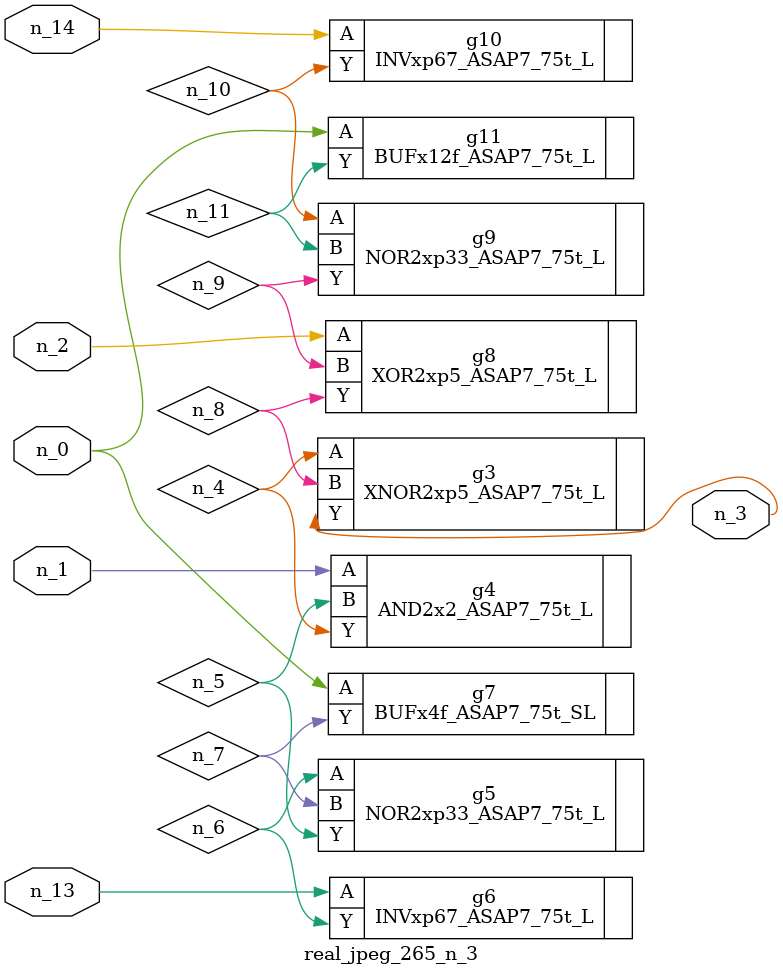
<source format=v>
module real_jpeg_265_n_3 (n_0, n_1, n_14, n_2, n_13, n_3);

input n_0;
input n_1;
input n_14;
input n_2;
input n_13;

output n_3;

wire n_5;
wire n_4;
wire n_8;
wire n_11;
wire n_6;
wire n_7;
wire n_10;
wire n_9;

BUFx4f_ASAP7_75t_SL g7 ( 
.A(n_0),
.Y(n_7)
);

BUFx12f_ASAP7_75t_L g11 ( 
.A(n_0),
.Y(n_11)
);

AND2x2_ASAP7_75t_L g4 ( 
.A(n_1),
.B(n_5),
.Y(n_4)
);

XOR2xp5_ASAP7_75t_L g8 ( 
.A(n_2),
.B(n_9),
.Y(n_8)
);

XNOR2xp5_ASAP7_75t_L g3 ( 
.A(n_4),
.B(n_8),
.Y(n_3)
);

NOR2xp33_ASAP7_75t_L g5 ( 
.A(n_6),
.B(n_7),
.Y(n_5)
);

NOR2xp33_ASAP7_75t_L g9 ( 
.A(n_10),
.B(n_11),
.Y(n_9)
);

INVxp67_ASAP7_75t_L g6 ( 
.A(n_13),
.Y(n_6)
);

INVxp67_ASAP7_75t_L g10 ( 
.A(n_14),
.Y(n_10)
);


endmodule
</source>
